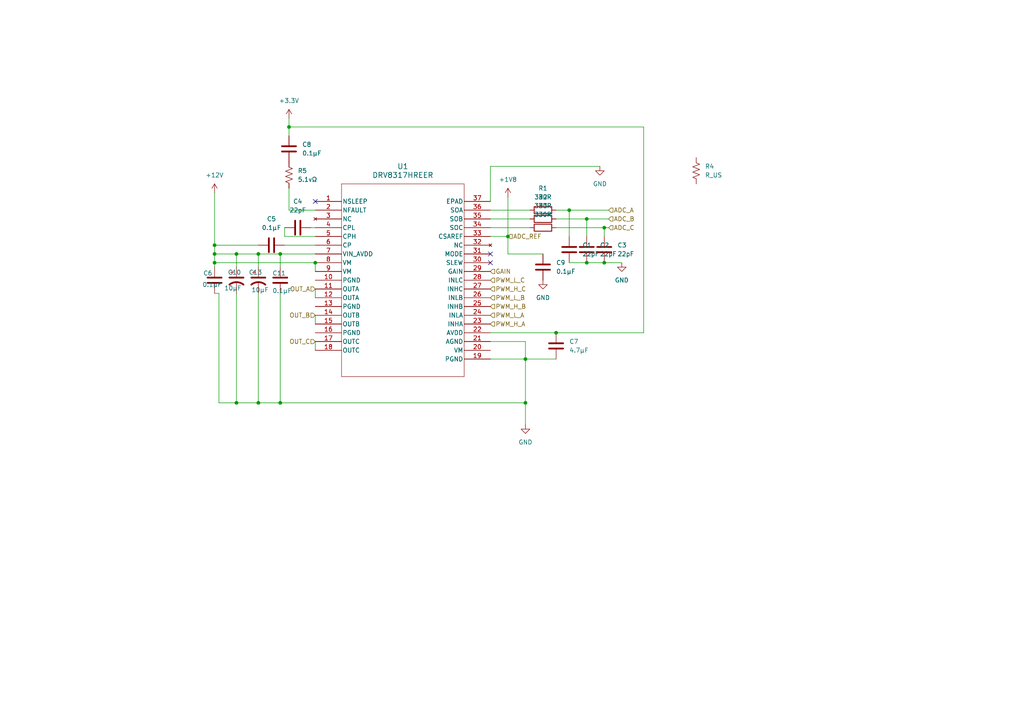
<source format=kicad_sch>
(kicad_sch (version 20231120) (generator "eeschema") (generator_version "8.0")
  (paper "A4")
  (lib_symbols
    (symbol "DRV8317HREER:DRV8317HREER" (pin_names (offset 0.254))
      (property "Reference" "U" (at 25.4 10.16 0))
      (property "Value" "DRV8317HREER" (at 25.4 7.62 0))
      (symbol "DRV8317HREER_1_1"
        (polyline (pts (xy 7.62 -50.8) (xy 43.18 -50.8)) (stroke (width 0.127)))
        (polyline (pts (xy 7.62 5.08) (xy 7.62 -50.8)) (stroke (width 0.127)))
        (polyline (pts (xy 43.18 -50.8) (xy 43.18 5.08)) (stroke (width 0.127)))
        (polyline (pts (xy 43.18 5.08) (xy 7.62 5.08)) (stroke (width 0.127)))
        (pin input line (at 0 0 0) (length 7.62) (name "NSLEEP") (number "1"))
        (pin power_out line (at 0 -22.86 0) (length 7.62) (name "PGND") (number "10"))
        (pin output line (at 0 -25.4 0) (length 7.62) (name "OUTA") (number "11"))
        (pin output line (at 0 -27.94 0) (length 7.62) (name "OUTA") (number "12"))
        (pin power_out line (at 0 -30.48 0) (length 7.62) (name "PGND") (number "13"))
        (pin output line (at 0 -33.02 0) (length 7.62) (name "OUTB") (number "14"))
        (pin output line (at 0 -35.56 0) (length 7.62) (name "OUTB") (number "15"))
        (pin power_out line (at 0 -38.1 0) (length 7.62) (name "PGND") (number "16"))
        (pin output line (at 0 -40.64 0) (length 7.62) (name "OUTC") (number "17"))
        (pin output line (at 0 -43.18 0) (length 7.62) (name "OUTC") (number "18"))
        (pin power_out line (at 50.8 -45.72 180) (length 7.62) (name "PGND") (number "19"))
        (pin output line (at 0 -2.54 0) (length 7.62) (name "NFAULT") (number "2"))
        (pin unspecified line (at 50.8 -43.18 180) (length 7.62) (name "VM") (number "20"))
        (pin power_out line (at 50.8 -40.64 180) (length 7.62) (name "AGND") (number "21"))
        (pin unspecified line (at 50.8 -38.1 180) (length 7.62) (name "AVDD") (number "22"))
        (pin input line (at 50.8 -35.56 180) (length 7.62) (name "INHA") (number "23"))
        (pin input line (at 50.8 -33.02 180) (length 7.62) (name "INLA") (number "24"))
        (pin input line (at 50.8 -30.48 180) (length 7.62) (name "INHB") (number "25"))
        (pin input line (at 50.8 -27.94 180) (length 7.62) (name "INLB") (number "26"))
        (pin input line (at 50.8 -25.4 180) (length 7.62) (name "INHC") (number "27"))
        (pin input line (at 50.8 -22.86 180) (length 7.62) (name "INLC") (number "28"))
        (pin input line (at 50.8 -20.32 180) (length 7.62) (name "GAIN") (number "29"))
        (pin no_connect line (at 0 -5.08 0) (length 7.62) (name "NC") (number "3"))
        (pin input line (at 50.8 -17.78 180) (length 7.62) (name "SLEW") (number "30"))
        (pin input line (at 50.8 -15.24 180) (length 7.62) (name "MODE") (number "31"))
        (pin no_connect line (at 50.8 -12.7 180) (length 7.62) (name "NC") (number "32"))
        (pin unspecified line (at 50.8 -10.16 180) (length 7.62) (name "CSAREF") (number "33"))
        (pin output line (at 50.8 -7.62 180) (length 7.62) (name "SOC") (number "34"))
        (pin output line (at 50.8 -5.08 180) (length 7.62) (name "SOB") (number "35"))
        (pin output line (at 50.8 -2.54 180) (length 7.62) (name "SOA") (number "36"))
        (pin power_out line (at 50.8 0 180) (length 7.62) (name "EPAD") (number "37"))
        (pin unspecified line (at 0 -7.62 0) (length 7.62) (name "CPL") (number "4"))
        (pin unspecified line (at 0 -10.16 0) (length 7.62) (name "CPH") (number "5"))
        (pin unspecified line (at 0 -12.7 0) (length 7.62) (name "CP") (number "6"))
        (pin unspecified line (at 0 -15.24 0) (length 7.62) (name "VIN_AVDD") (number "7"))
        (pin unspecified line (at 0 -17.78 0) (length 7.62) (name "VM") (number "8"))
        (pin unspecified line (at 0 -20.32 0) (length 7.62) (name "VM") (number "9"))
      )
    )
    (symbol "Device:C" (pin_numbers hide) (pin_names (offset 0.254))
      (property "Reference" "C" (at 0.635 2.54 0))
      (property "Value" "C" (at 0.635 -2.54 0))
      (symbol "C_0_1"
        (polyline (pts (xy -2.032 -0.762) (xy 2.032 -0.762)) (stroke (width 0.508)))
        (polyline (pts (xy -2.032 0.762) (xy 2.032 0.762)) (stroke (width 0.508)))
      )
      (symbol "C_1_1"
        (pin passive line (at 0 3.81 270) (length 2.794) (name "~") (number "1"))
        (pin passive line (at 0 -3.81 90) (length 2.794) (name "~") (number "2"))
      )
    )
    (symbol "Device:C_Polarized_US" (pin_numbers hide) (pin_names (offset 0.254) hide)
      (property "Reference" "C" (at 0.635 2.54 0))
      (property "Value" "C_Polarized_US" (at 0.635 -2.54 0))
      (symbol "C_Polarized_US_0_1"
        (polyline (pts (xy -2.032 0.762) (xy 2.032 0.762)) (stroke (width 0.508)))
        (polyline (pts (xy -1.778 2.286) (xy -0.762 2.286)))
        (polyline (pts (xy -1.27 1.778) (xy -1.27 2.794)))
        (arc (start 2.032 -1.27) (mid 0 -0.5572) (end -2.032 -1.27) (stroke (width 0.508)))
      )
      (symbol "C_Polarized_US_1_1"
        (pin passive line (at 0 3.81 270) (length 2.794) (name "~") (number "1"))
        (pin passive line (at 0 -3.81 90) (length 3.302) (name "~") (number "2"))
      )
    )
    (symbol "Device:R" (pin_numbers hide) (pin_names (offset 0))
      (property "Reference" "R" (at 2.032 0 90))
      (property "Value" "R" (at 0 0 90))
      (symbol "R_0_1"
        (rectangle (start -1.016 -2.54) (end 1.016 2.54) (stroke (width 0.254)))
      )
      (symbol "R_1_1"
        (pin passive line (at 0 3.81 270) (length 1.27) (name "~") (number "1"))
        (pin passive line (at 0 -3.81 90) (length 1.27) (name "~") (number "2"))
      )
    )
    (symbol "Device:R_US" (pin_numbers hide) (pin_names (offset 0))
      (property "Reference" "R" (at 2.54 0 90))
      (property "Value" "R_US" (at -2.54 0 90))
      (symbol "R_US_0_1"
        (polyline (pts (xy 0 -2.286) (xy 0 -2.54)))
        (polyline (pts (xy 0 2.286) (xy 0 2.54)))
        (polyline (pts (xy 0 -0.762) (xy 1.016 -1.143) (xy 0 -1.524) (xy -1.016 -1.905) (xy 0 -2.286)))
        (polyline (pts (xy 0 0.762) (xy 1.016 0.381) (xy 0 0) (xy -1.016 -0.381) (xy 0 -0.762)))
        (polyline (pts (xy 0 2.286) (xy 1.016 1.905) (xy 0 1.524) (xy -1.016 1.143) (xy 0 0.762)))
      )
      (symbol "R_US_1_1"
        (pin passive line (at 0 3.81 270) (length 1.27) (name "~") (number "1"))
        (pin passive line (at 0 -3.81 90) (length 1.27) (name "~") (number "2"))
      )
    )
    (symbol "power:+12V" (power) (pin_names (offset 0))
      (property "Value" "+12V" (at 0 3.556 0))
      (symbol "+12V_0_1"
        (polyline (pts (xy -0.762 1.27) (xy 0 2.54)))
        (polyline (pts (xy 0 0) (xy 0 2.54)))
        (polyline (pts (xy 0 2.54) (xy 0.762 1.27)))
      )
      (symbol "+12V_1_1"
        (pin power_in line (at 0 0 90) (length 0) hide (name "+12V") (number "1"))
      )
    )
    (symbol "power:+1V8" (power) (pin_names (offset 0))
      (property "Value" "+1V8" (at 0 3.556 0))
      (symbol "+1V8_0_1"
        (polyline (pts (xy -0.762 1.27) (xy 0 2.54)))
        (polyline (pts (xy 0 0) (xy 0 2.54)))
        (polyline (pts (xy 0 2.54) (xy 0.762 1.27)))
      )
      (symbol "+1V8_1_1"
        (pin power_in line (at 0 0 90) (length 0) hide (name "+1V8") (number "1"))
      )
    )
    (symbol "power:+3.3V" (power) (pin_names (offset 0))
      (property "Value" "+3.3V" (at 0 3.556 0))
      (symbol "+3.3V_0_1"
        (polyline (pts (xy -0.762 1.27) (xy 0 2.54)))
        (polyline (pts (xy 0 0) (xy 0 2.54)))
        (polyline (pts (xy 0 2.54) (xy 0.762 1.27)))
      )
      (symbol "+3.3V_1_1"
        (pin power_in line (at 0 0 90) (length 0) hide (name "+3.3V") (number "1"))
      )
    )
    (symbol "power:GND" (power) (pin_names (offset 0))
      (property "Value" "GND" (at 0 -3.81 0))
      (symbol "GND_0_1"
        (polyline (pts (xy 0 0) (xy 0 -1.27) (xy 1.27 -1.27) (xy 0 -2.54) (xy -1.27 -1.27) (xy 0 -1.27)))
      )
      (symbol "GND_1_1"
        (pin power_in line (at 0 0 270) (length 0) hide (name "GND") (number "1"))
      )
    )
  )
  (junction (at 81.28 116.84))
  (junction (at 62.23 71.12))
  (junction (at 91.44 76.2))
  (junction (at 152.4 116.84))
  (junction (at 74.93 73.66))
  (junction (at 68.58 73.66))
  (junction (at 175.26 66.04))
  (junction (at 152.4 104.14))
  (junction (at 161.29 96.52))
  (junction (at 175.26 76.2))
  (junction (at 83.82 36.83))
  (junction (at 62.23 76.2))
  (junction (at 165.1 60.96))
  (junction (at 68.58 116.84))
  (junction (at 74.93 116.84))
  (junction (at 170.18 76.2))
  (junction (at 170.18 63.5))
  (junction (at 62.23 73.66))
  (junction (at 81.28 73.66))
  (junction (at 147.32 68.58))
  (no_connect (at 142.24 76.2))
  (no_connect (at 142.24 73.66))
  (no_connect (at 91.44 58.42))
  (wire (pts (xy 186.69 36.83) (xy 186.69 96.52)))
  (wire (pts (xy 83.82 36.83) (xy 186.69 36.83)))
  (wire (pts (xy 175.26 76.2) (xy 180.34 76.2)))
  (wire (pts (xy 186.69 96.52) (xy 161.29 96.52)))
  (wire (pts (xy 81.28 85.09) (xy 81.28 116.84)))
  (wire (pts (xy 170.18 63.5) (xy 176.53 63.5)))
  (wire (pts (xy 62.23 55.88) (xy 62.23 71.12)))
  (wire (pts (xy 142.24 48.26) (xy 142.24 58.42)))
  (wire (pts (xy 83.82 36.83) (xy 83.82 39.37)))
  (wire (pts (xy 83.82 34.29) (xy 83.82 36.83)))
  (wire (pts (xy 62.23 73.66) (xy 62.23 71.12)))
  (wire (pts (xy 147.32 68.58) (xy 142.24 68.58)))
  (wire (pts (xy 74.93 73.66) (xy 74.93 77.47)))
  (wire (pts (xy 62.23 77.47) (xy 62.23 76.2)))
  (wire (pts (xy 83.82 60.96) (xy 91.44 60.96)))
  (wire (pts (xy 170.18 63.5) (xy 170.18 68.58)))
  (wire (pts (xy 152.4 99.06) (xy 152.4 104.14)))
  (wire (pts (xy 91.44 76.2) (xy 91.44 78.74)))
  (wire (pts (xy 152.4 104.14) (xy 161.29 104.14)))
  (wire (pts (xy 142.24 66.04) (xy 153.67 66.04)))
  (wire (pts (xy 82.55 66.04) (xy 82.55 68.58)))
  (wire (pts (xy 161.29 66.04) (xy 175.26 66.04)))
  (wire (pts (xy 165.1 60.96) (xy 165.1 68.58)))
  (wire (pts (xy 152.4 104.14) (xy 152.4 116.84)))
  (wire (pts (xy 91.44 99.06) (xy 91.44 101.6)))
  (wire (pts (xy 62.23 73.66) (xy 68.58 73.66)))
  (wire (pts (xy 82.55 68.58) (xy 91.44 68.58)))
  (wire (pts (xy 173.99 48.26) (xy 142.24 48.26)))
  (wire (pts (xy 82.55 71.12) (xy 91.44 71.12)))
  (wire (pts (xy 68.58 85.09) (xy 68.58 116.84)))
  (wire (pts (xy 161.29 96.52) (xy 142.24 96.52)))
  (wire (pts (xy 62.23 71.12) (xy 74.93 71.12)))
  (wire (pts (xy 91.44 83.82) (xy 91.44 86.36)))
  (wire (pts (xy 63.5 116.84) (xy 68.58 116.84)))
  (wire (pts (xy 62.23 73.66) (xy 62.23 76.2)))
  (wire (pts (xy 142.24 104.14) (xy 152.4 104.14)))
  (wire (pts (xy 161.29 60.96) (xy 165.1 60.96)))
  (wire (pts (xy 142.24 63.5) (xy 153.67 63.5)))
  (wire (pts (xy 68.58 73.66) (xy 74.93 73.66)))
  (wire (pts (xy 90.17 66.04) (xy 91.44 66.04)))
  (wire (pts (xy 157.48 73.66) (xy 147.32 73.66)))
  (wire (pts (xy 81.28 73.66) (xy 81.28 77.47)))
  (wire (pts (xy 161.29 63.5) (xy 170.18 63.5)))
  (wire (pts (xy 165.1 76.2) (xy 170.18 76.2)))
  (wire (pts (xy 81.28 116.84) (xy 152.4 116.84)))
  (wire (pts (xy 62.23 76.2) (xy 91.44 76.2)))
  (wire (pts (xy 62.23 85.09) (xy 63.5 85.09)))
  (wire (pts (xy 91.44 91.44) (xy 91.44 93.98)))
  (wire (pts (xy 165.1 60.96) (xy 176.53 60.96)))
  (wire (pts (xy 74.93 116.84) (xy 81.28 116.84)))
  (wire (pts (xy 142.24 99.06) (xy 152.4 99.06)))
  (wire (pts (xy 74.93 73.66) (xy 81.28 73.66)))
  (wire (pts (xy 68.58 73.66) (xy 68.58 77.47)))
  (wire (pts (xy 147.32 57.15) (xy 147.32 68.58)))
  (wire (pts (xy 81.28 73.66) (xy 91.44 73.66)))
  (wire (pts (xy 170.18 76.2) (xy 175.26 76.2)))
  (wire (pts (xy 63.5 85.09) (xy 63.5 116.84)))
  (wire (pts (xy 83.82 54.61) (xy 83.82 60.96)))
  (wire (pts (xy 175.26 66.04) (xy 176.53 66.04)))
  (wire (pts (xy 147.32 73.66) (xy 147.32 68.58)))
  (wire (pts (xy 74.93 85.09) (xy 74.93 116.84)))
  (wire (pts (xy 142.24 60.96) (xy 153.67 60.96)))
  (wire (pts (xy 175.26 66.04) (xy 175.26 68.58)))
  (wire (pts (xy 68.58 116.84) (xy 74.93 116.84)))
  (wire (pts (xy 152.4 123.19) (xy 152.4 116.84)))
  (hierarchical_label "PWM_H_B" (shape input) (at 142.24 88.9 0))
  (hierarchical_label "PWM_L_A" (shape input) (at 142.24 91.44 0))
  (hierarchical_label "ADC_B" (shape input) (at 176.53 63.5 0))
  (hierarchical_label "PWM_H_A" (shape input) (at 142.24 93.98 0))
  (hierarchical_label "PWM_H_C" (shape input) (at 142.24 83.82 0))
  (hierarchical_label "PWM_L_C" (shape input) (at 142.24 81.28 0))
  (hierarchical_label "OUT_A" (shape input) (at 91.44 83.82 180))
  (hierarchical_label "OUT_C" (shape input) (at 91.44 99.06 180))
  (hierarchical_label "OUT_B" (shape input) (at 91.44 91.44 180))
  (hierarchical_label "PWM_L_B" (shape input) (at 142.24 86.36 0))
  (hierarchical_label "GAIN" (shape input) (at 142.24 78.74 0))
  (hierarchical_label "ADC_REF" (shape input) (at 147.32 68.58 0))
  (hierarchical_label "ADC_C" (shape input) (at 176.53 66.04 0))
  (hierarchical_label "ADC_A" (shape input) (at 176.53 60.96 0))
  (symbol (lib_id "Device:R_US") (at 201.93 49.53 0) (unit 1)
    (property "Reference" "R4" (at 204.47 48.2599 0) (effects (justify left)))
    (property "Value" "R_US" (at 204.47 50.7999 0) (effects (justify left)))
    (property "Description" "Resistor, US symbol" (effects (hide yes)))
  )
  (symbol (lib_id "Device:C") (at 161.29 100.33 0) (unit 1)
    (property "Reference" "C7" (at 165.1 99.0599 0) (effects (justify left)))
    (property "Value" "4.7μF" (at 165.1 101.5999 0) (effects (justify left)))
    (property "Description" "Unpolarized capacitor" (effects (hide yes)))
  )
  (symbol (lib_id "power:+3.3V") (at 83.82 34.29 0) (unit 1)
    (property "Reference" "#PWR09" (effects (hide yes)))
    (property "Value" "+3.3V" (at 83.82 29.21 0))
    (property "Description" "Power symbol creates a global label with name \"+3.3V\"" (effects (hide yes)))
  )
  (symbol (lib_id "Device:R") (at 157.48 66.04 90) (unit 1)
    (property "Reference" "R3" (at 157.48 59.69 90))
    (property "Value" "330R" (at 157.48 62.23 90))
    (property "Description" "Resistor" (effects (hide yes)))
  )
  (symbol (lib_id "Device:C") (at 86.36 66.04 270) (unit 1)
    (property "Reference" "C4" (at 86.36 58.42 90))
    (property "Value" "22pF" (at 86.36 60.96 90))
    (property "Description" "Unpolarized capacitor" (effects (hide yes)))
  )
  (symbol (lib_id "Device:C") (at 175.26 72.39 0) (unit 1)
    (property "Reference" "C3" (at 179.07 71.1199 0) (effects (justify left)))
    (property "Value" "22pF" (at 179.07 73.6599 0) (effects (justify left)))
    (property "Description" "Unpolarized capacitor" (effects (hide yes)))
  )
  (symbol (lib_id "Device:R") (at 157.48 60.96 90) (unit 1)
    (property "Reference" "R1" (at 157.48 54.61 90))
    (property "Value" "330R" (at 157.48 57.15 90))
    (property "Description" "Resistor" (effects (hide yes)))
  )
  (symbol (lib_id "power:+12V") (at 62.23 55.88 0) (unit 1)
    (property "Reference" "#PWR04" (effects (hide yes)))
    (property "Value" "+12V" (at 62.23 50.8 0))
    (property "Description" "Power symbol creates a global label with name \"+12V\"" (effects (hide yes)))
  )
  (symbol (lib_id "Device:C") (at 165.1 72.39 0) (unit 1)
    (property "Reference" "C1" (at 168.91 71.1199 0) (effects (justify left)))
    (property "Value" "22pF" (at 168.91 73.6599 0) (effects (justify left)))
    (property "Description" "Unpolarized capacitor" (effects (hide yes)))
  )
  (symbol (lib_id "Device:R") (at 157.48 63.5 90) (unit 1)
    (property "Reference" "R2" (at 157.48 57.15 90))
    (property "Value" "330R" (at 157.48 59.69 90))
    (property "Description" "Resistor" (effects (hide yes)))
  )
  (symbol (lib_id "Device:C_Polarized_US") (at 74.93 81.28 0) (unit 1)
    (property "Reference" "C13" (at 72.136 78.994 0) (effects (justify left)))
    (property "Value" "10μF" (at 72.898 84.074 0) (effects (justify left)))
    (property "Description" "Polarized capacitor, US symbol" (effects (hide yes)))
  )
  (symbol (lib_id "DRV8317HREER:DRV8317HREER") (at 91.44 58.42 0) (unit 1)
    (property "Reference" "U1" (at 116.84 48.26 0) (effects (font (size 1.524 1.524))))
    (property "Value" "DRV8317HREER" (at 116.84 50.8 0) (effects (font (size 1.524 1.524))))
    (property "Footprint" "WQFN36_REE_TEX" (effects (hide yes)))
    (property "Datasheet" "DRV8317HREER" (effects (hide yes)))
  )
  (symbol (lib_id "Device:C") (at 157.48 77.47 180) (unit 1)
    (property "Reference" "C9" (at 161.29 76.1999 0) (effects (justify right)))
    (property "Value" "0.1μF" (at 161.29 78.7399 0) (effects (justify right)))
    (property "Description" "Unpolarized capacitor" (effects (hide yes)))
  )
  (symbol (lib_id "power:GND") (at 157.48 81.28 0) (unit 1)
    (property "Reference" "#PWR05" (effects (hide yes)))
    (property "Value" "GND" (at 157.48 86.36 0))
    (property "Description" "Power symbol creates a global label with name \"GND\" , ground" (effects (hide yes)))
  )
  (symbol (lib_id "power:GND") (at 180.34 76.2 0) (unit 1)
    (property "Reference" "#PWR02" (effects (hide yes)))
    (property "Value" "GND" (at 180.34 81.28 0))
    (property "Description" "Power symbol creates a global label with name \"GND\" , ground" (effects (hide yes)))
  )
  (symbol (lib_id "power:GND") (at 152.4 123.19 0) (unit 1)
    (property "Reference" "#PWR03" (effects (hide yes)))
    (property "Value" "GND" (at 152.4 128.27 0))
    (property "Description" "Power symbol creates a global label with name \"GND\" , ground" (effects (hide yes)))
  )
  (symbol (lib_id "power:GND") (at 173.99 48.26 0) (unit 1)
    (property "Reference" "#PWR06" (effects (hide yes)))
    (property "Value" "GND" (at 173.99 53.34 0))
    (property "Description" "Power symbol creates a global label with name \"GND\" , ground" (effects (hide yes)))
  )
  (symbol (lib_id "Device:R_US") (at 83.82 50.8 0) (unit 1)
    (property "Reference" "R5" (at 86.36 49.5299 0) (effects (justify left)))
    (property "Value" "5.1vΩ" (at 86.36 52.0699 0) (effects (justify left)))
    (property "Description" "Resistor, US symbol" (effects (hide yes)))
  )
  (symbol (lib_id "Device:C") (at 62.23 81.28 0) (unit 1)
    (property "Reference" "C6" (at 58.928 79.248 0) (effects (justify left)))
    (property "Value" "0.1μF" (at 58.674 82.55 0) (effects (justify left)))
    (property "Description" "Unpolarized capacitor" (effects (hide yes)))
  )
  (symbol (lib_id "power:+1V8") (at 147.32 57.15 0) (unit 1)
    (property "Reference" "#PWR01" (effects (hide yes)))
    (property "Value" "+1V8" (at 147.32 52.07 0))
    (property "Description" "Power symbol creates a global label with name \"+1V8\"" (effects (hide yes)))
  )
  (symbol (lib_id "Device:C_Polarized_US") (at 68.58 81.28 0) (unit 1)
    (property "Reference" "C10" (at 66.04 78.994 0) (effects (justify left)))
    (property "Value" "10μF" (at 65.024 83.566 0) (effects (justify left)))
    (property "Description" "Polarized capacitor, US symbol" (effects (hide yes)))
  )
  (symbol (lib_id "Device:C") (at 170.18 72.39 0) (unit 1)
    (property "Reference" "C2" (at 173.99 71.1199 0) (effects (justify left)))
    (property "Value" "22pF" (at 173.99 73.6599 0) (effects (justify left)))
    (property "Description" "Unpolarized capacitor" (effects (hide yes)))
  )
  (symbol (lib_id "Device:C") (at 83.82 43.18 0) (unit 1)
    (property "Reference" "C8" (at 87.63 41.9099 0) (effects (justify left)))
    (property "Value" "0.1μF" (at 87.63 44.4499 0) (effects (justify left)))
    (property "Description" "Unpolarized capacitor" (effects (hide yes)))
  )
  (symbol (lib_id "Device:C") (at 78.74 71.12 90) (unit 1)
    (property "Reference" "C5" (at 78.74 63.5 90))
    (property "Value" "0.1μF" (at 78.74 66.04 90))
    (property "Description" "Unpolarized capacitor" (effects (hide yes)))
  )
  (symbol (lib_id "Device:C") (at 81.28 81.28 0) (unit 1)
    (property "Reference" "C11" (at 78.994 79.248 0) (effects (justify left)))
    (property "Value" "0.1μF" (at 78.994 84.328 0) (effects (justify left)))
    (property "Description" "Unpolarized capacitor" (effects (hide yes)))
  )
)
</source>
